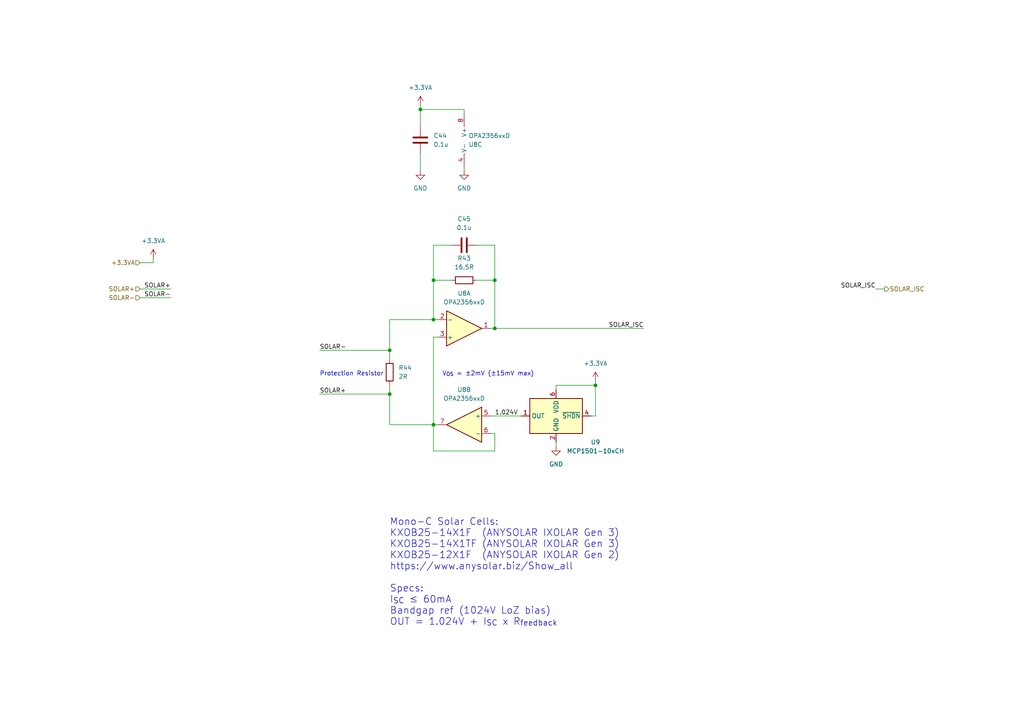
<source format=kicad_sch>
(kicad_sch (version 20211123) (generator eeschema)

  (uuid e374d7df-b443-4da1-9548-92507ec2e5cd)

  (paper "A4")

  (title_block
    (title "SolarNode")
    (date "2021-12-23")
    (rev "0.1")
  )

  (lib_symbols
    (symbol "Amplifier_Operational:OPA2356xxD" (pin_names (offset 0.127)) (in_bom yes) (on_board yes)
      (property "Reference" "U" (id 0) (at 0 5.08 0)
        (effects (font (size 1.27 1.27)) (justify left))
      )
      (property "Value" "OPA2356xxD" (id 1) (at 0 -5.08 0)
        (effects (font (size 1.27 1.27)) (justify left))
      )
      (property "Footprint" "" (id 2) (at 0 0 0)
        (effects (font (size 1.27 1.27)) hide)
      )
      (property "Datasheet" "http://www.ti.com/lit/ds/symlink/opa2356.pdf" (id 3) (at 0 0 0)
        (effects (font (size 1.27 1.27)) hide)
      )
      (property "ki_locked" "" (id 4) (at 0 0 0)
        (effects (font (size 1.27 1.27)))
      )
      (property "ki_keywords" "dual opamp" (id 5) (at 0 0 0)
        (effects (font (size 1.27 1.27)) hide)
      )
      (property "ki_description" "Dual High Speed CMOS Operational Amplifiers, SOIC-8" (id 6) (at 0 0 0)
        (effects (font (size 1.27 1.27)) hide)
      )
      (property "ki_fp_filters" "SOIC*3.9x4.9mm*P1.27mm* DIP*W7.62mm* TO*99* OnSemi*Micro8* TSSOP*3x3mm*P0.65mm* TSSOP*4.4x3mm*P0.65mm* MSOP*3x3mm*P0.65mm* SSOP*3.9x4.9mm*P0.635mm* LFCSP*2x2mm*P0.5mm* *SIP* SOIC*5.3x6.2mm*P1.27mm*" (id 7) (at 0 0 0)
        (effects (font (size 1.27 1.27)) hide)
      )
      (symbol "OPA2356xxD_1_1"
        (polyline
          (pts
            (xy -5.08 5.08)
            (xy 5.08 0)
            (xy -5.08 -5.08)
            (xy -5.08 5.08)
          )
          (stroke (width 0.254) (type default) (color 0 0 0 0))
          (fill (type background))
        )
        (pin output line (at 7.62 0 180) (length 2.54)
          (name "~" (effects (font (size 1.27 1.27))))
          (number "1" (effects (font (size 1.27 1.27))))
        )
        (pin input line (at -7.62 -2.54 0) (length 2.54)
          (name "-" (effects (font (size 1.27 1.27))))
          (number "2" (effects (font (size 1.27 1.27))))
        )
        (pin input line (at -7.62 2.54 0) (length 2.54)
          (name "+" (effects (font (size 1.27 1.27))))
          (number "3" (effects (font (size 1.27 1.27))))
        )
      )
      (symbol "OPA2356xxD_2_1"
        (polyline
          (pts
            (xy -5.08 5.08)
            (xy 5.08 0)
            (xy -5.08 -5.08)
            (xy -5.08 5.08)
          )
          (stroke (width 0.254) (type default) (color 0 0 0 0))
          (fill (type background))
        )
        (pin input line (at -7.62 2.54 0) (length 2.54)
          (name "+" (effects (font (size 1.27 1.27))))
          (number "5" (effects (font (size 1.27 1.27))))
        )
        (pin input line (at -7.62 -2.54 0) (length 2.54)
          (name "-" (effects (font (size 1.27 1.27))))
          (number "6" (effects (font (size 1.27 1.27))))
        )
        (pin output line (at 7.62 0 180) (length 2.54)
          (name "~" (effects (font (size 1.27 1.27))))
          (number "7" (effects (font (size 1.27 1.27))))
        )
      )
      (symbol "OPA2356xxD_3_1"
        (pin power_in line (at -2.54 -7.62 90) (length 3.81)
          (name "V-" (effects (font (size 1.27 1.27))))
          (number "4" (effects (font (size 1.27 1.27))))
        )
        (pin power_in line (at -2.54 7.62 270) (length 3.81)
          (name "V+" (effects (font (size 1.27 1.27))))
          (number "8" (effects (font (size 1.27 1.27))))
        )
      )
    )
    (symbol "Device:C" (pin_numbers hide) (pin_names (offset 0.254)) (in_bom yes) (on_board yes)
      (property "Reference" "C" (id 0) (at 0.635 2.54 0)
        (effects (font (size 1.27 1.27)) (justify left))
      )
      (property "Value" "C" (id 1) (at 0.635 -2.54 0)
        (effects (font (size 1.27 1.27)) (justify left))
      )
      (property "Footprint" "" (id 2) (at 0.9652 -3.81 0)
        (effects (font (size 1.27 1.27)) hide)
      )
      (property "Datasheet" "~" (id 3) (at 0 0 0)
        (effects (font (size 1.27 1.27)) hide)
      )
      (property "ki_keywords" "cap capacitor" (id 4) (at 0 0 0)
        (effects (font (size 1.27 1.27)) hide)
      )
      (property "ki_description" "Unpolarized capacitor" (id 5) (at 0 0 0)
        (effects (font (size 1.27 1.27)) hide)
      )
      (property "ki_fp_filters" "C_*" (id 6) (at 0 0 0)
        (effects (font (size 1.27 1.27)) hide)
      )
      (symbol "C_0_1"
        (polyline
          (pts
            (xy -2.032 -0.762)
            (xy 2.032 -0.762)
          )
          (stroke (width 0.508) (type default) (color 0 0 0 0))
          (fill (type none))
        )
        (polyline
          (pts
            (xy -2.032 0.762)
            (xy 2.032 0.762)
          )
          (stroke (width 0.508) (type default) (color 0 0 0 0))
          (fill (type none))
        )
      )
      (symbol "C_1_1"
        (pin passive line (at 0 3.81 270) (length 2.794)
          (name "~" (effects (font (size 1.27 1.27))))
          (number "1" (effects (font (size 1.27 1.27))))
        )
        (pin passive line (at 0 -3.81 90) (length 2.794)
          (name "~" (effects (font (size 1.27 1.27))))
          (number "2" (effects (font (size 1.27 1.27))))
        )
      )
    )
    (symbol "Device:R" (pin_numbers hide) (pin_names (offset 0)) (in_bom yes) (on_board yes)
      (property "Reference" "R" (id 0) (at 2.032 0 90)
        (effects (font (size 1.27 1.27)))
      )
      (property "Value" "R" (id 1) (at 0 0 90)
        (effects (font (size 1.27 1.27)))
      )
      (property "Footprint" "" (id 2) (at -1.778 0 90)
        (effects (font (size 1.27 1.27)) hide)
      )
      (property "Datasheet" "~" (id 3) (at 0 0 0)
        (effects (font (size 1.27 1.27)) hide)
      )
      (property "ki_keywords" "R res resistor" (id 4) (at 0 0 0)
        (effects (font (size 1.27 1.27)) hide)
      )
      (property "ki_description" "Resistor" (id 5) (at 0 0 0)
        (effects (font (size 1.27 1.27)) hide)
      )
      (property "ki_fp_filters" "R_*" (id 6) (at 0 0 0)
        (effects (font (size 1.27 1.27)) hide)
      )
      (symbol "R_0_1"
        (rectangle (start -1.016 -2.54) (end 1.016 2.54)
          (stroke (width 0.254) (type default) (color 0 0 0 0))
          (fill (type none))
        )
      )
      (symbol "R_1_1"
        (pin passive line (at 0 3.81 270) (length 1.27)
          (name "~" (effects (font (size 1.27 1.27))))
          (number "1" (effects (font (size 1.27 1.27))))
        )
        (pin passive line (at 0 -3.81 90) (length 1.27)
          (name "~" (effects (font (size 1.27 1.27))))
          (number "2" (effects (font (size 1.27 1.27))))
        )
      )
    )
    (symbol "Reference_Voltage:MCP1501-10xCH" (in_bom yes) (on_board yes)
      (property "Reference" "U" (id 0) (at -6.35 6.35 0)
        (effects (font (size 1.27 1.27)))
      )
      (property "Value" "MCP1501-10xCH" (id 1) (at 10.16 6.35 0)
        (effects (font (size 1.27 1.27)))
      )
      (property "Footprint" "Package_TO_SOT_SMD:SOT-23-6" (id 2) (at 0 0 0)
        (effects (font (size 1.27 1.27)) hide)
      )
      (property "Datasheet" "http://ww1.microchip.com/downloads/en/DeviceDoc/20005474E.pdf" (id 3) (at 0 0 0)
        (effects (font (size 1.27 1.27)) hide)
      )
      (property "ki_keywords" "precision buffered voltage reference 1.024V" (id 4) (at 0 0 0)
        (effects (font (size 1.27 1.27)) hide)
      )
      (property "ki_description" "1.024V, 0.1%, 20mA, Precision Voltage Reference, SOT-23-6" (id 5) (at 0 0 0)
        (effects (font (size 1.27 1.27)) hide)
      )
      (property "ki_fp_filters" "SOT?23*" (id 6) (at 0 0 0)
        (effects (font (size 1.27 1.27)) hide)
      )
      (symbol "MCP1501-10xCH_0_0"
        (pin power_out line (at 10.16 0 180) (length 2.54)
          (name "OUT" (effects (font (size 1.27 1.27))))
          (number "1" (effects (font (size 1.27 1.27))))
        )
        (pin power_in line (at 0 -7.62 90) (length 2.54)
          (name "GND" (effects (font (size 1.27 1.27))))
          (number "2" (effects (font (size 1.27 1.27))))
        )
        (pin passive line (at 0 -7.62 90) (length 2.54) hide
          (name "GND" (effects (font (size 1.27 1.27))))
          (number "3" (effects (font (size 1.27 1.27))))
        )
        (pin input line (at -10.16 0 0) (length 2.54)
          (name "~{SHDN}" (effects (font (size 1.27 1.27))))
          (number "4" (effects (font (size 1.27 1.27))))
        )
        (pin passive line (at 0 -7.62 90) (length 2.54) hide
          (name "GND" (effects (font (size 1.27 1.27))))
          (number "5" (effects (font (size 1.27 1.27))))
        )
        (pin power_in line (at 0 7.62 270) (length 2.54)
          (name "VDD" (effects (font (size 1.27 1.27))))
          (number "6" (effects (font (size 1.27 1.27))))
        )
      )
      (symbol "MCP1501-10xCH_0_1"
        (rectangle (start -7.62 5.08) (end 7.62 -5.08)
          (stroke (width 0.254) (type default) (color 0 0 0 0))
          (fill (type background))
        )
      )
    )
    (symbol "power:+3.3VA" (power) (pin_names (offset 0)) (in_bom yes) (on_board yes)
      (property "Reference" "#PWR" (id 0) (at 0 -3.81 0)
        (effects (font (size 1.27 1.27)) hide)
      )
      (property "Value" "+3.3VA" (id 1) (at 0 3.556 0)
        (effects (font (size 1.27 1.27)))
      )
      (property "Footprint" "" (id 2) (at 0 0 0)
        (effects (font (size 1.27 1.27)) hide)
      )
      (property "Datasheet" "" (id 3) (at 0 0 0)
        (effects (font (size 1.27 1.27)) hide)
      )
      (property "ki_keywords" "power-flag" (id 4) (at 0 0 0)
        (effects (font (size 1.27 1.27)) hide)
      )
      (property "ki_description" "Power symbol creates a global label with name \"+3.3VA\"" (id 5) (at 0 0 0)
        (effects (font (size 1.27 1.27)) hide)
      )
      (symbol "+3.3VA_0_1"
        (polyline
          (pts
            (xy -0.762 1.27)
            (xy 0 2.54)
          )
          (stroke (width 0) (type default) (color 0 0 0 0))
          (fill (type none))
        )
        (polyline
          (pts
            (xy 0 0)
            (xy 0 2.54)
          )
          (stroke (width 0) (type default) (color 0 0 0 0))
          (fill (type none))
        )
        (polyline
          (pts
            (xy 0 2.54)
            (xy 0.762 1.27)
          )
          (stroke (width 0) (type default) (color 0 0 0 0))
          (fill (type none))
        )
      )
      (symbol "+3.3VA_1_1"
        (pin power_in line (at 0 0 90) (length 0) hide
          (name "+3.3VA" (effects (font (size 1.27 1.27))))
          (number "1" (effects (font (size 1.27 1.27))))
        )
      )
    )
    (symbol "power:GND" (power) (pin_names (offset 0)) (in_bom yes) (on_board yes)
      (property "Reference" "#PWR" (id 0) (at 0 -6.35 0)
        (effects (font (size 1.27 1.27)) hide)
      )
      (property "Value" "GND" (id 1) (at 0 -3.81 0)
        (effects (font (size 1.27 1.27)))
      )
      (property "Footprint" "" (id 2) (at 0 0 0)
        (effects (font (size 1.27 1.27)) hide)
      )
      (property "Datasheet" "" (id 3) (at 0 0 0)
        (effects (font (size 1.27 1.27)) hide)
      )
      (property "ki_keywords" "power-flag" (id 4) (at 0 0 0)
        (effects (font (size 1.27 1.27)) hide)
      )
      (property "ki_description" "Power symbol creates a global label with name \"GND\" , ground" (id 5) (at 0 0 0)
        (effects (font (size 1.27 1.27)) hide)
      )
      (symbol "GND_0_1"
        (polyline
          (pts
            (xy 0 0)
            (xy 0 -1.27)
            (xy 1.27 -1.27)
            (xy 0 -2.54)
            (xy -1.27 -1.27)
            (xy 0 -1.27)
          )
          (stroke (width 0) (type default) (color 0 0 0 0))
          (fill (type none))
        )
      )
      (symbol "GND_1_1"
        (pin power_in line (at 0 0 270) (length 0) hide
          (name "GND" (effects (font (size 1.27 1.27))))
          (number "1" (effects (font (size 1.27 1.27))))
        )
      )
    )
  )

  (junction (at 125.73 92.71) (diameter 0) (color 0 0 0 0)
    (uuid 03cf8c2e-b2ef-4758-a8cf-31cea6a236c8)
  )
  (junction (at 113.03 101.6) (diameter 0) (color 0 0 0 0)
    (uuid 1634d6b6-4bd5-4b22-8841-4a6718dcd309)
  )
  (junction (at 143.51 81.28) (diameter 0) (color 0 0 0 0)
    (uuid 3ec983fe-e29c-4303-b316-43e3a20e402f)
  )
  (junction (at 125.73 123.19) (diameter 0) (color 0 0 0 0)
    (uuid 55a6e861-e193-42a0-b1b7-181cfdffe03e)
  )
  (junction (at 113.03 114.3) (diameter 0) (color 0 0 0 0)
    (uuid 59392e0b-dd32-44e6-940d-6ea1498996e2)
  )
  (junction (at 172.72 111.76) (diameter 0) (color 0 0 0 0)
    (uuid 6ed42864-243c-44cb-87e4-ce46c69703f1)
  )
  (junction (at 143.51 95.25) (diameter 0) (color 0 0 0 0)
    (uuid 912a6362-e3f5-4d29-b3d2-a6560b4f9da5)
  )
  (junction (at 125.73 81.28) (diameter 0) (color 0 0 0 0)
    (uuid d9cb69c9-08ab-4731-ab2e-591966984cf0)
  )
  (junction (at 121.92 31.75) (diameter 0) (color 0 0 0 0)
    (uuid ec4fa0ce-b990-452a-88c0-1668dc156f34)
  )

  (wire (pts (xy 121.92 44.45) (xy 121.92 49.53))
    (stroke (width 0) (type default) (color 0 0 0 0))
    (uuid 0d376ef6-5d4c-4602-8702-757ce4c257c3)
  )
  (wire (pts (xy 142.24 120.65) (xy 151.13 120.65))
    (stroke (width 0) (type default) (color 0 0 0 0))
    (uuid 0e8e42c6-a7c5-46e0-a56e-4f8f6e45e097)
  )
  (wire (pts (xy 127 92.71) (xy 125.73 92.71))
    (stroke (width 0) (type default) (color 0 0 0 0))
    (uuid 0f194a96-eab4-4c86-a4ef-674dc6cc7632)
  )
  (wire (pts (xy 92.71 114.3) (xy 113.03 114.3))
    (stroke (width 0) (type default) (color 0 0 0 0))
    (uuid 12d000f7-d12f-47bc-ada4-0efe97785937)
  )
  (wire (pts (xy 138.43 81.28) (xy 143.51 81.28))
    (stroke (width 0) (type default) (color 0 0 0 0))
    (uuid 13b90ea0-1d43-4f11-9450-aafef6aa9530)
  )
  (wire (pts (xy 49.53 86.36) (xy 40.64 86.36))
    (stroke (width 0) (type default) (color 0 0 0 0))
    (uuid 1892228c-ac51-4108-8e12-751324ecd1a0)
  )
  (wire (pts (xy 121.92 36.83) (xy 121.92 31.75))
    (stroke (width 0) (type default) (color 0 0 0 0))
    (uuid 199b9864-d312-40bf-9c7b-85292bb5f976)
  )
  (wire (pts (xy 143.51 125.73) (xy 143.51 130.81))
    (stroke (width 0) (type default) (color 0 0 0 0))
    (uuid 1bc47e71-425e-4ee7-a30a-d150b8187db9)
  )
  (wire (pts (xy 138.43 71.12) (xy 143.51 71.12))
    (stroke (width 0) (type default) (color 0 0 0 0))
    (uuid 39a7670f-8fe7-4ffa-bb6e-8dc3e25de650)
  )
  (wire (pts (xy 143.51 81.28) (xy 143.51 95.25))
    (stroke (width 0) (type default) (color 0 0 0 0))
    (uuid 3d5d28a1-3a9b-4713-851d-56f3b4fdf5ce)
  )
  (wire (pts (xy 134.62 31.75) (xy 121.92 31.75))
    (stroke (width 0) (type default) (color 0 0 0 0))
    (uuid 47329874-c895-49c2-aafe-fb86796bd7fa)
  )
  (wire (pts (xy 125.73 123.19) (xy 125.73 97.79))
    (stroke (width 0) (type default) (color 0 0 0 0))
    (uuid 4bf1c59e-8beb-41bc-a327-2c2bc970cba6)
  )
  (wire (pts (xy 49.53 83.82) (xy 40.64 83.82))
    (stroke (width 0) (type default) (color 0 0 0 0))
    (uuid 575af085-7535-4d04-a9bd-fa5f1c8984cf)
  )
  (wire (pts (xy 125.73 97.79) (xy 127 97.79))
    (stroke (width 0) (type default) (color 0 0 0 0))
    (uuid 5e22c06a-3c40-48c7-9d80-6995bfc0d857)
  )
  (wire (pts (xy 113.03 123.19) (xy 113.03 114.3))
    (stroke (width 0) (type default) (color 0 0 0 0))
    (uuid 6cc25c7c-6496-41d0-baae-90f064dc9b55)
  )
  (wire (pts (xy 125.73 81.28) (xy 130.81 81.28))
    (stroke (width 0) (type default) (color 0 0 0 0))
    (uuid 6e819597-d46e-4a46-9849-42f0d3ff91ea)
  )
  (wire (pts (xy 125.73 123.19) (xy 113.03 123.19))
    (stroke (width 0) (type default) (color 0 0 0 0))
    (uuid 6fe2d0f7-979d-4241-988f-f02695e432aa)
  )
  (wire (pts (xy 125.73 123.19) (xy 125.73 130.81))
    (stroke (width 0) (type default) (color 0 0 0 0))
    (uuid 7bd5e5c3-06aa-44c0-8d40-cccf759f4607)
  )
  (wire (pts (xy 44.45 74.93) (xy 44.45 76.2))
    (stroke (width 0) (type default) (color 0 0 0 0))
    (uuid 7d9c73b3-aeb0-4e8d-84a2-48da46b13d74)
  )
  (wire (pts (xy 254 83.82) (xy 256.54 83.82))
    (stroke (width 0) (type default) (color 0 0 0 0))
    (uuid 7fef051e-c7e5-4eda-a3b1-3964362852a8)
  )
  (wire (pts (xy 121.92 30.48) (xy 121.92 31.75))
    (stroke (width 0) (type default) (color 0 0 0 0))
    (uuid 81751281-78f3-4c12-a0ea-56ccf723d5db)
  )
  (wire (pts (xy 113.03 111.76) (xy 113.03 114.3))
    (stroke (width 0) (type default) (color 0 0 0 0))
    (uuid 817eb5a6-b161-4a51-9df1-6f9cce80b1c7)
  )
  (wire (pts (xy 130.81 71.12) (xy 125.73 71.12))
    (stroke (width 0) (type default) (color 0 0 0 0))
    (uuid 89548118-6c08-4b73-8b8c-58df720e5f7b)
  )
  (wire (pts (xy 172.72 120.65) (xy 172.72 111.76))
    (stroke (width 0) (type default) (color 0 0 0 0))
    (uuid 8e9751ac-5b63-47fd-8d9d-94ff3ab7a4b3)
  )
  (wire (pts (xy 113.03 92.71) (xy 113.03 101.6))
    (stroke (width 0) (type default) (color 0 0 0 0))
    (uuid 908a9241-b0c1-4ea4-8040-b30dec299f9e)
  )
  (wire (pts (xy 92.71 101.6) (xy 113.03 101.6))
    (stroke (width 0) (type default) (color 0 0 0 0))
    (uuid 96ef70b0-3f61-4654-81cd-afabe6a7d454)
  )
  (wire (pts (xy 125.73 92.71) (xy 113.03 92.71))
    (stroke (width 0) (type default) (color 0 0 0 0))
    (uuid 9e2ba25a-da00-4b95-af38-99a005fb1168)
  )
  (wire (pts (xy 161.29 111.76) (xy 172.72 111.76))
    (stroke (width 0) (type default) (color 0 0 0 0))
    (uuid 9fde9227-1781-4501-8f73-38025ebd3297)
  )
  (wire (pts (xy 161.29 128.27) (xy 161.29 129.54))
    (stroke (width 0) (type default) (color 0 0 0 0))
    (uuid a5aa2639-0a7f-419e-97be-a12d977008ba)
  )
  (wire (pts (xy 127 123.19) (xy 125.73 123.19))
    (stroke (width 0) (type default) (color 0 0 0 0))
    (uuid b530f770-7aaf-4277-a90c-832f72bbf0e6)
  )
  (wire (pts (xy 113.03 101.6) (xy 113.03 104.14))
    (stroke (width 0) (type default) (color 0 0 0 0))
    (uuid b68b4129-ea36-47c6-8ef8-855471ece2f9)
  )
  (wire (pts (xy 134.62 48.26) (xy 134.62 49.53))
    (stroke (width 0) (type default) (color 0 0 0 0))
    (uuid bbe0cbb7-76bc-4e7d-a212-f47835b736f5)
  )
  (wire (pts (xy 142.24 95.25) (xy 143.51 95.25))
    (stroke (width 0) (type default) (color 0 0 0 0))
    (uuid bbe9d61a-89b1-470f-aaa9-8974a4b858ad)
  )
  (wire (pts (xy 171.45 120.65) (xy 172.72 120.65))
    (stroke (width 0) (type default) (color 0 0 0 0))
    (uuid c2bfcb6a-c5d7-4794-a78d-f691810551b6)
  )
  (wire (pts (xy 161.29 111.76) (xy 161.29 113.03))
    (stroke (width 0) (type default) (color 0 0 0 0))
    (uuid c8786537-9fc2-4ff4-94f8-3ef77daf76a3)
  )
  (wire (pts (xy 143.51 71.12) (xy 143.51 81.28))
    (stroke (width 0) (type default) (color 0 0 0 0))
    (uuid d8038fea-e682-4ff1-b48a-e9298cb54d23)
  )
  (wire (pts (xy 40.64 76.2) (xy 44.45 76.2))
    (stroke (width 0) (type default) (color 0 0 0 0))
    (uuid dac7ef47-2696-41a3-b38d-80efe76af69a)
  )
  (wire (pts (xy 134.62 33.02) (xy 134.62 31.75))
    (stroke (width 0) (type default) (color 0 0 0 0))
    (uuid dda67f90-544f-4f3f-947c-0356e03ddf7d)
  )
  (wire (pts (xy 125.73 92.71) (xy 125.73 81.28))
    (stroke (width 0) (type default) (color 0 0 0 0))
    (uuid e22fe47f-4a54-4815-b177-08f947b1c775)
  )
  (wire (pts (xy 125.73 71.12) (xy 125.73 81.28))
    (stroke (width 0) (type default) (color 0 0 0 0))
    (uuid e2982fd3-3bf8-4ff2-99d6-0c863684b2f3)
  )
  (wire (pts (xy 143.51 95.25) (xy 186.69 95.25))
    (stroke (width 0) (type default) (color 0 0 0 0))
    (uuid e70c68c3-2f13-4a5a-bbb9-ebecef2f488d)
  )
  (wire (pts (xy 143.51 130.81) (xy 125.73 130.81))
    (stroke (width 0) (type default) (color 0 0 0 0))
    (uuid eaa8772e-27a0-4652-8218-425b52048a1d)
  )
  (wire (pts (xy 172.72 110.49) (xy 172.72 111.76))
    (stroke (width 0) (type default) (color 0 0 0 0))
    (uuid fae4337c-e87c-4933-b8c9-49a52fa073bf)
  )
  (wire (pts (xy 142.24 125.73) (xy 143.51 125.73))
    (stroke (width 0) (type default) (color 0 0 0 0))
    (uuid ffa6482d-a8fd-4171-a40c-056d472d695f)
  )

  (text "Mono-C Solar Cells:\nKXOB25-14X1F  (ANYSOLAR IXOLAR Gen 3)\nKXOB25-14X1TF (ANYSOLAR IXOLAR Gen 3)\nKXOB25-12X1F  (ANYSOLAR IXOLAR Gen 2)\nhttps://www.anysolar.biz/Show_all\n\nSpecs:\nI_{SC} ≤ 60mA\nBandgap ref (1024V LoZ bias)\nOUT = 1.024V + I_{SC} x R_{feedback}"
    (at 113.03 181.61 0)
    (effects (font (size 2 2)) (justify left bottom))
    (uuid 4eac3bf1-ceb1-43b3-bcb6-7610cbfabf07)
  )
  (text "V_{OS} = ±2mV (±15mV max)" (at 128.27 109.22 0)
    (effects (font (size 1.27 1.27)) (justify left bottom))
    (uuid a328171a-f649-45ac-964c-63343adb7f76)
  )
  (text "Protection Resistor" (at 92.71 109.22 0)
    (effects (font (size 1.27 1.27)) (justify left bottom))
    (uuid e787ee13-238e-42e0-897a-580678829297)
  )

  (label "SOLAR-" (at 49.53 86.36 180)
    (effects (font (size 1.27 1.27)) (justify right bottom))
    (uuid 00af8a96-c488-4395-ad6f-6099a7be505e)
  )
  (label "SOLAR+" (at 92.71 114.3 0)
    (effects (font (size 1.27 1.27)) (justify left bottom))
    (uuid 29a990d6-8178-4366-82b5-82a2dcca9c0e)
  )
  (label "SOLAR-" (at 92.71 101.6 0)
    (effects (font (size 1.27 1.27)) (justify left bottom))
    (uuid 2ee385cc-9016-4083-a925-ec18e73c3697)
  )
  (label "SOLAR_ISC" (at 254 83.82 180)
    (effects (font (size 1.27 1.27)) (justify right bottom))
    (uuid 4b6f61b6-a76c-4c50-8f05-4570f9e53e5e)
  )
  (label "SOLAR_ISC" (at 186.69 95.25 180)
    (effects (font (size 1.27 1.27)) (justify right bottom))
    (uuid a29324cd-0377-41dd-84d8-604b29c12dc3)
  )
  (label "SOLAR+" (at 49.53 83.82 180)
    (effects (font (size 1.27 1.27)) (justify right bottom))
    (uuid a5779aca-dd45-4125-af64-eb1b5e3a5ee2)
  )
  (label "1.024V" (at 143.51 120.65 0)
    (effects (font (size 1.27 1.27)) (justify left bottom))
    (uuid e6ce649f-5a93-4708-8774-8549fd091bcd)
  )

  (hierarchical_label "SOLAR+" (shape input) (at 40.64 83.82 180)
    (effects (font (size 1.27 1.27)) (justify right))
    (uuid 64b8a6f5-1a0b-4bd5-8e46-306cf7ddfcb6)
  )
  (hierarchical_label "SOLAR_ISC" (shape output) (at 256.54 83.82 0)
    (effects (font (size 1.27 1.27)) (justify left))
    (uuid 96ee61bf-5d7e-4ba0-a093-1fa37c24bb43)
  )
  (hierarchical_label "SOLAR-" (shape input) (at 40.64 86.36 180)
    (effects (font (size 1.27 1.27)) (justify right))
    (uuid 9b72faf0-c048-4c4d-bf2f-8fe3e82cb4e6)
  )
  (hierarchical_label "+3.3VA" (shape input) (at 40.64 76.2 180)
    (effects (font (size 1.27 1.27)) (justify right))
    (uuid c41d1253-c031-42ba-a3cc-8986e05c3c5f)
  )

  (symbol (lib_id "Device:C") (at 134.62 71.12 90) (unit 1)
    (in_bom yes) (on_board yes) (fields_autoplaced)
    (uuid 0c37604e-5e10-4775-912e-24cfd38c8cc6)
    (property "Reference" "C45" (id 0) (at 134.62 63.5 90))
    (property "Value" "0.1u" (id 1) (at 134.62 66.04 90))
    (property "Footprint" "Capacitor_SMD:C_0603_1608Metric" (id 2) (at 138.43 70.1548 0)
      (effects (font (size 1.27 1.27)) hide)
    )
    (property "Datasheet" "https://www.yageo.com/upload/media/product/productsearch/datasheet/mlcc/UPY-GPHC_X7R_6.3V-to-50V_20.pdf" (id 3) (at 134.62 71.12 0)
      (effects (font (size 1.27 1.27)) hide)
    )
    (property "Manufacturer" "YAGEO" (id 4) (at 134.62 71.12 0)
      (effects (font (size 1.27 1.27)) hide)
    )
    (property "MPN" "CC0603KRX7R9BB104" (id 5) (at 134.62 71.12 0)
      (effects (font (size 1.27 1.27)) hide)
    )
    (pin "1" (uuid de3662e8-6087-45c1-aeec-c796a45568dc))
    (pin "2" (uuid dc19f861-745e-422e-9365-3e68da17397c))
  )

  (symbol (lib_id "power:+3.3VA") (at 44.45 74.93 0) (mirror y) (unit 1)
    (in_bom yes) (on_board yes) (fields_autoplaced)
    (uuid 12a889c5-2ef0-4dd3-8522-e661acbf114c)
    (property "Reference" "#PWR0133" (id 0) (at 44.45 78.74 0)
      (effects (font (size 1.27 1.27)) hide)
    )
    (property "Value" "+3.3VA" (id 1) (at 44.45 69.85 0))
    (property "Footprint" "" (id 2) (at 44.45 74.93 0)
      (effects (font (size 1.27 1.27)) hide)
    )
    (property "Datasheet" "" (id 3) (at 44.45 74.93 0)
      (effects (font (size 1.27 1.27)) hide)
    )
    (pin "1" (uuid 355919ed-545a-45ec-9b24-d2db5701aedb))
  )

  (symbol (lib_id "Reference_Voltage:MCP1501-10xCH") (at 161.29 120.65 0) (mirror y) (unit 1)
    (in_bom yes) (on_board yes)
    (uuid 1467d80b-4f31-484d-98d6-6b0e972a8f9a)
    (property "Reference" "U9" (id 0) (at 172.72 128.27 0))
    (property "Value" "MCP1501-10xCH" (id 1) (at 172.72 130.81 0))
    (property "Footprint" "Package_TO_SOT_SMD:SOT-23-6" (id 2) (at 161.29 120.65 0)
      (effects (font (size 1.27 1.27)) hide)
    )
    (property "Datasheet" "http://ww1.microchip.com/downloads/en/DeviceDoc/20005474E.pdf" (id 3) (at 161.29 120.65 0)
      (effects (font (size 1.27 1.27)) hide)
    )
    (property "MPN" "MCP1501T-10E/CHY" (id 4) (at 161.29 120.65 0)
      (effects (font (size 1.27 1.27)) hide)
    )
    (property "Manufacturer" "Microchip Technology" (id 5) (at 161.29 120.65 0)
      (effects (font (size 1.27 1.27)) hide)
    )
    (pin "1" (uuid a5f56a4e-1d85-46d3-b701-7971bd802423))
    (pin "2" (uuid da9f0c5d-33c5-474c-a2b2-08d5237a67b3))
    (pin "3" (uuid 13927cb2-b0e6-4833-ba2e-f7f90d874bdd))
    (pin "4" (uuid 65c03d6d-43ed-4762-b422-04a278de6030))
    (pin "5" (uuid bf977f06-b171-4c53-bc82-76629a33d222))
    (pin "6" (uuid 450df93b-117d-451b-8f9b-15270da7e2c1))
  )

  (symbol (lib_id "power:+3.3VA") (at 121.92 30.48 0) (mirror y) (unit 1)
    (in_bom yes) (on_board yes) (fields_autoplaced)
    (uuid 155ad09a-3f53-4ab8-a545-abc47086a91d)
    (property "Reference" "#PWR0129" (id 0) (at 121.92 34.29 0)
      (effects (font (size 1.27 1.27)) hide)
    )
    (property "Value" "+3.3VA" (id 1) (at 121.92 25.4 0))
    (property "Footprint" "" (id 2) (at 121.92 30.48 0)
      (effects (font (size 1.27 1.27)) hide)
    )
    (property "Datasheet" "" (id 3) (at 121.92 30.48 0)
      (effects (font (size 1.27 1.27)) hide)
    )
    (pin "1" (uuid 337be250-7ca7-4068-9ac5-349c93d41f0b))
  )

  (symbol (lib_id "power:GND") (at 121.92 49.53 0) (unit 1)
    (in_bom yes) (on_board yes) (fields_autoplaced)
    (uuid 1f5ba727-2117-430b-97be-7ae328ffd647)
    (property "Reference" "#PWR0131" (id 0) (at 121.92 55.88 0)
      (effects (font (size 1.27 1.27)) hide)
    )
    (property "Value" "GND" (id 1) (at 121.92 54.61 0))
    (property "Footprint" "" (id 2) (at 121.92 49.53 0)
      (effects (font (size 1.27 1.27)) hide)
    )
    (property "Datasheet" "" (id 3) (at 121.92 49.53 0)
      (effects (font (size 1.27 1.27)) hide)
    )
    (pin "1" (uuid 0cdc9232-8167-4fbb-adbf-c2bcd805b5b1))
  )

  (symbol (lib_id "Amplifier_Operational:OPA2356xxD") (at 134.62 123.19 0) (mirror y) (unit 2)
    (in_bom yes) (on_board yes) (fields_autoplaced)
    (uuid 604c078b-789c-4176-809c-ef9193be9eca)
    (property "Reference" "U8" (id 0) (at 134.62 113.03 0))
    (property "Value" "OPA2356xxD" (id 1) (at 134.62 115.57 0))
    (property "Footprint" "Package_SO:MSOP-8_3x3mm_P0.65mm" (id 2) (at 134.62 123.19 0)
      (effects (font (size 1.27 1.27)) hide)
    )
    (property "Datasheet" "http://www.ti.com/lit/ds/symlink/opa2356.pdf" (id 3) (at 134.62 123.19 0)
      (effects (font (size 1.27 1.27)) hide)
    )
    (property "Manufacturer" "Texas Instruments" (id 4) (at 134.62 123.19 0)
      (effects (font (size 1.27 1.27)) hide)
    )
    (property "MPN" "OPA2356AIDGKR" (id 5) (at 134.62 123.19 0)
      (effects (font (size 1.27 1.27)) hide)
    )
    (pin "5" (uuid 011be97a-0b3a-450d-9d22-8915622a60ab))
    (pin "6" (uuid f6718b50-0696-4600-badb-4fb029230854))
    (pin "7" (uuid cea5faa5-d191-40af-a5f7-c0b13f35be46))
  )

  (symbol (lib_id "Amplifier_Operational:OPA2356xxD") (at 134.62 95.25 0) (mirror x) (unit 1)
    (in_bom yes) (on_board yes) (fields_autoplaced)
    (uuid 74e0441a-23aa-4940-bf7b-489de70c34ad)
    (property "Reference" "U8" (id 0) (at 134.62 85.09 0))
    (property "Value" "OPA2356xxD" (id 1) (at 134.62 87.63 0))
    (property "Footprint" "Package_SO:MSOP-8_3x3mm_P0.65mm" (id 2) (at 134.62 95.25 0)
      (effects (font (size 1.27 1.27)) hide)
    )
    (property "Datasheet" "http://www.ti.com/lit/ds/symlink/opa2356.pdf" (id 3) (at 134.62 95.25 0)
      (effects (font (size 1.27 1.27)) hide)
    )
    (property "Manufacturer" "Texas Instruments" (id 4) (at 134.62 95.25 0)
      (effects (font (size 1.27 1.27)) hide)
    )
    (property "MPN" "OPA2356AIDGKR" (id 5) (at 134.62 95.25 0)
      (effects (font (size 1.27 1.27)) hide)
    )
    (pin "1" (uuid 3ad67047-30e9-4f3d-9549-93d14d50043d))
    (pin "2" (uuid ea11d36c-1be1-4bf5-8282-77f78a4e3e3a))
    (pin "3" (uuid bf091ffd-04a2-45a9-82aa-8713bcd2573a))
  )

  (symbol (lib_id "power:+3.3VA") (at 172.72 110.49 0) (mirror y) (unit 1)
    (in_bom yes) (on_board yes) (fields_autoplaced)
    (uuid 7a7bc360-812b-475e-a381-8d5299fc224b)
    (property "Reference" "#PWR0134" (id 0) (at 172.72 114.3 0)
      (effects (font (size 1.27 1.27)) hide)
    )
    (property "Value" "+3.3VA" (id 1) (at 172.72 105.41 0))
    (property "Footprint" "" (id 2) (at 172.72 110.49 0)
      (effects (font (size 1.27 1.27)) hide)
    )
    (property "Datasheet" "" (id 3) (at 172.72 110.49 0)
      (effects (font (size 1.27 1.27)) hide)
    )
    (pin "1" (uuid 3bb5df99-ddac-4537-bbf1-52fcbc9db603))
  )

  (symbol (lib_id "Device:R") (at 134.62 81.28 90) (unit 1)
    (in_bom yes) (on_board yes) (fields_autoplaced)
    (uuid 7e449ccf-8d5d-42b9-a50e-ff2d68f92752)
    (property "Reference" "R43" (id 0) (at 134.62 74.93 90))
    (property "Value" "16.5R" (id 1) (at 134.62 77.47 90))
    (property "Footprint" "SolarNode:R_0603_1608Metric_0.65" (id 2) (at 134.62 83.058 90)
      (effects (font (size 1.27 1.27)) hide)
    )
    (property "Datasheet" "https://www.yageo.com/upload/media/product/productsearch/datasheet/rchip/PYu-RC_Group_51_RoHS_L_11.pdf" (id 3) (at 134.62 81.28 0)
      (effects (font (size 1.27 1.27)) hide)
    )
    (property "MPN" "RC0603FR-0716R5L" (id 4) (at 134.62 81.28 0)
      (effects (font (size 1.27 1.27)) hide)
    )
    (property "Manufacturer" "YAGEO" (id 5) (at 134.62 81.28 0)
      (effects (font (size 1.27 1.27)) hide)
    )
    (pin "1" (uuid c13e8482-5d28-4959-8bc4-56dbe1fc0de6))
    (pin "2" (uuid 9759cb65-507b-4313-9c22-967816b8af5c))
  )

  (symbol (lib_id "Amplifier_Operational:OPA2356xxD") (at 132.08 40.64 0) (mirror y) (unit 3)
    (in_bom yes) (on_board yes) (fields_autoplaced)
    (uuid 9ac73cf4-7116-459a-995d-b6e5371f9f90)
    (property "Reference" "U8" (id 0) (at 135.89 41.9101 0)
      (effects (font (size 1.27 1.27)) (justify right))
    )
    (property "Value" "OPA2356xxD" (id 1) (at 135.89 39.3701 0)
      (effects (font (size 1.27 1.27)) (justify right))
    )
    (property "Footprint" "Package_SO:MSOP-8_3x3mm_P0.65mm" (id 2) (at 132.08 40.64 0)
      (effects (font (size 1.27 1.27)) hide)
    )
    (property "Datasheet" "http://www.ti.com/lit/ds/symlink/opa2356.pdf" (id 3) (at 132.08 40.64 0)
      (effects (font (size 1.27 1.27)) hide)
    )
    (property "Manufacturer" "Texas Instruments" (id 4) (at 132.08 40.64 0)
      (effects (font (size 1.27 1.27)) hide)
    )
    (property "MPN" "OPA2356AIDGKR" (id 5) (at 132.08 40.64 0)
      (effects (font (size 1.27 1.27)) hide)
    )
    (pin "4" (uuid 4b0cde20-0434-4477-b136-18a4f51a3a80))
    (pin "8" (uuid 4a8c619e-977b-47af-ab9f-d76bb9188fad))
  )

  (symbol (lib_id "power:GND") (at 134.62 49.53 0) (unit 1)
    (in_bom yes) (on_board yes) (fields_autoplaced)
    (uuid a4aeb98b-4433-43ef-8af9-d6d67f41b50d)
    (property "Reference" "#PWR0132" (id 0) (at 134.62 55.88 0)
      (effects (font (size 1.27 1.27)) hide)
    )
    (property "Value" "GND" (id 1) (at 134.62 54.61 0))
    (property "Footprint" "" (id 2) (at 134.62 49.53 0)
      (effects (font (size 1.27 1.27)) hide)
    )
    (property "Datasheet" "" (id 3) (at 134.62 49.53 0)
      (effects (font (size 1.27 1.27)) hide)
    )
    (pin "1" (uuid 15ab28a9-55ff-4eeb-a1ea-d15b9be75370))
  )

  (symbol (lib_id "power:GND") (at 161.29 129.54 0) (unit 1)
    (in_bom yes) (on_board yes) (fields_autoplaced)
    (uuid a87f8454-c5c6-4e0b-a3df-45397e03b625)
    (property "Reference" "#PWR0136" (id 0) (at 161.29 135.89 0)
      (effects (font (size 1.27 1.27)) hide)
    )
    (property "Value" "GND" (id 1) (at 161.29 134.62 0))
    (property "Footprint" "" (id 2) (at 161.29 129.54 0)
      (effects (font (size 1.27 1.27)) hide)
    )
    (property "Datasheet" "" (id 3) (at 161.29 129.54 0)
      (effects (font (size 1.27 1.27)) hide)
    )
    (pin "1" (uuid 410bf1c0-ed9a-4115-ae61-d7f755acff7d))
  )

  (symbol (lib_id "Device:R") (at 113.03 107.95 180) (unit 1)
    (in_bom yes) (on_board yes) (fields_autoplaced)
    (uuid d62aeb1a-1f80-4ff3-8b4b-bafacf12d4ae)
    (property "Reference" "R44" (id 0) (at 115.57 106.6799 0)
      (effects (font (size 1.27 1.27)) (justify right))
    )
    (property "Value" "2R" (id 1) (at 115.57 109.2199 0)
      (effects (font (size 1.27 1.27)) (justify right))
    )
    (property "Footprint" "SolarNode:R_0603_1608Metric_0.65" (id 2) (at 114.808 107.95 90)
      (effects (font (size 1.27 1.27)) hide)
    )
    (property "Datasheet" "https://www.yageo.com/upload/media/product/productsearch/datasheet/rchip/PYu-RC_Group_51_RoHS_L_11.pdf" (id 3) (at 113.03 107.95 0)
      (effects (font (size 1.27 1.27)) hide)
    )
    (property "MPN" "RC0603FR-072RL" (id 4) (at 113.03 107.95 0)
      (effects (font (size 1.27 1.27)) hide)
    )
    (property "Manufacturer" "YAGEO" (id 5) (at 113.03 107.95 0)
      (effects (font (size 1.27 1.27)) hide)
    )
    (pin "1" (uuid 61605c5a-0f92-45af-8a39-9583f4889575))
    (pin "2" (uuid 34b1e948-7867-4947-856a-972e62eb1363))
  )

  (symbol (lib_id "Device:C") (at 121.92 40.64 0) (unit 1)
    (in_bom yes) (on_board yes) (fields_autoplaced)
    (uuid e7056469-c3ec-4c60-8bf8-128569fdf625)
    (property "Reference" "C44" (id 0) (at 125.73 39.3699 0)
      (effects (font (size 1.27 1.27)) (justify left))
    )
    (property "Value" "0.1u" (id 1) (at 125.73 41.9099 0)
      (effects (font (size 1.27 1.27)) (justify left))
    )
    (property "Footprint" "Capacitor_SMD:C_0603_1608Metric" (id 2) (at 122.8852 44.45 0)
      (effects (font (size 1.27 1.27)) hide)
    )
    (property "Datasheet" "https://www.yageo.com/upload/media/product/productsearch/datasheet/mlcc/UPY-GPHC_X7R_6.3V-to-50V_20.pdf" (id 3) (at 121.92 40.64 0)
      (effects (font (size 1.27 1.27)) hide)
    )
    (property "Manufacturer" "YAGEO" (id 4) (at 121.92 40.64 0)
      (effects (font (size 1.27 1.27)) hide)
    )
    (property "MPN" "CC0603KRX7R9BB104" (id 5) (at 121.92 40.64 0)
      (effects (font (size 1.27 1.27)) hide)
    )
    (pin "1" (uuid db7ac902-17b9-4e5e-ae8f-eaf7fe7fdcfb))
    (pin "2" (uuid 322ae0fd-4023-4ef9-b583-4155ed5a0d8e))
  )
)

</source>
